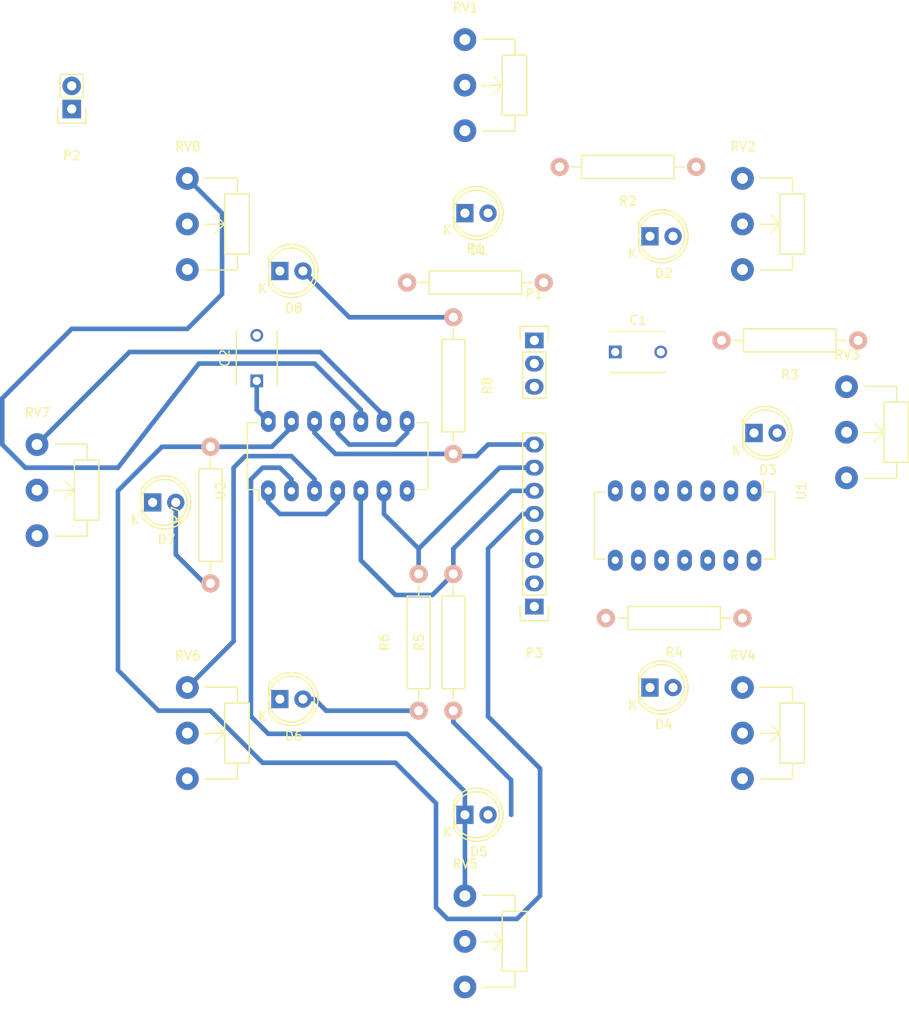
<source format=kicad_pcb>
(kicad_pcb (version 4) (host pcbnew 4.0.3-stable)

  (general
    (links 74)
    (no_connects 55)
    (area 65.585999 35.98642 166.005581 149.12718)
    (thickness 1.6)
    (drawings 0)
    (tracks 95)
    (zones 0)
    (modules 31)
    (nets 28)
  )

  (page A4)
  (layers
    (0 F.Cu signal)
    (31 B.Cu signal)
    (33 F.Adhes user)
    (35 F.Paste user)
    (37 F.SilkS user)
    (39 F.Mask user)
    (40 Dwgs.User user)
    (41 Cmts.User user)
    (42 Eco1.User user)
    (43 Eco2.User user)
    (44 Edge.Cuts user)
    (45 Margin user)
    (47 F.CrtYd user)
    (49 F.Fab user)
  )

  (setup
    (last_trace_width 0.25)
    (user_trace_width 0.508)
    (trace_clearance 0.2)
    (zone_clearance 0.508)
    (zone_45_only no)
    (trace_min 0.2)
    (segment_width 0.2)
    (edge_width 0.15)
    (via_size 0.6)
    (via_drill 0.4)
    (via_min_size 0.4)
    (via_min_drill 0.3)
    (user_via 1.651 1.016)
    (uvia_size 0.3)
    (uvia_drill 0.1)
    (uvias_allowed no)
    (uvia_min_size 0.2)
    (uvia_min_drill 0.1)
    (pcb_text_width 0.3)
    (pcb_text_size 1.5 1.5)
    (mod_edge_width 0.15)
    (mod_text_size 1 1)
    (mod_text_width 0.15)
    (pad_size 1.524 1.524)
    (pad_drill 0.762)
    (pad_to_mask_clearance 0.2)
    (aux_axis_origin 0 0)
    (visible_elements 7FFFFFFF)
    (pcbplotparams
      (layerselection 0x00030_80000001)
      (usegerberextensions false)
      (excludeedgelayer true)
      (linewidth 0.100000)
      (plotframeref false)
      (viasonmask false)
      (mode 1)
      (useauxorigin false)
      (hpglpennumber 1)
      (hpglpenspeed 20)
      (hpglpendiameter 15)
      (hpglpenoverlay 2)
      (psnegative false)
      (psa4output false)
      (plotreference true)
      (plotvalue true)
      (plotinvisibletext false)
      (padsonsilk false)
      (subtractmaskfromsilk false)
      (outputformat 1)
      (mirror false)
      (drillshape 1)
      (scaleselection 1)
      (outputdirectory ""))
  )

  (net 0 "")
  (net 1 GND)
  (net 2 "Net-(D1-Pad2)")
  (net 3 "Net-(D2-Pad2)")
  (net 4 "Net-(D3-Pad2)")
  (net 5 "Net-(D4-Pad2)")
  (net 6 "Net-(D5-Pad2)")
  (net 7 "Net-(D6-Pad2)")
  (net 8 "Net-(D7-Pad2)")
  (net 9 "Net-(D8-Pad2)")
  (net 10 +5V)
  (net 11 cvout)
  (net 12 "Net-(P3-Pad1)")
  (net 13 "Net-(P3-Pad2)")
  (net 14 "Net-(P3-Pad3)")
  (net 15 "Net-(P3-Pad4)")
  (net 16 "Net-(P3-Pad5)")
  (net 17 "Net-(P3-Pad6)")
  (net 18 "Net-(P3-Pad7)")
  (net 19 "Net-(P3-Pad8)")
  (net 20 "Net-(RV1-Pad1)")
  (net 21 "Net-(RV2-Pad1)")
  (net 22 "Net-(RV3-Pad1)")
  (net 23 "Net-(RV4-Pad1)")
  (net 24 "Net-(RV5-Pad1)")
  (net 25 "Net-(RV6-Pad1)")
  (net 26 "Net-(RV7-Pad1)")
  (net 27 "Net-(RV8-Pad1)")

  (net_class Default "Esta é a classe de net default."
    (clearance 0.2)
    (trace_width 0.25)
    (via_dia 0.6)
    (via_drill 0.4)
    (uvia_dia 0.3)
    (uvia_drill 0.1)
    (add_net +5V)
    (add_net GND)
    (add_net "Net-(D1-Pad2)")
    (add_net "Net-(D2-Pad2)")
    (add_net "Net-(D3-Pad2)")
    (add_net "Net-(D4-Pad2)")
    (add_net "Net-(D5-Pad2)")
    (add_net "Net-(D6-Pad2)")
    (add_net "Net-(D7-Pad2)")
    (add_net "Net-(D8-Pad2)")
    (add_net "Net-(P3-Pad1)")
    (add_net "Net-(P3-Pad2)")
    (add_net "Net-(P3-Pad3)")
    (add_net "Net-(P3-Pad4)")
    (add_net "Net-(P3-Pad5)")
    (add_net "Net-(P3-Pad6)")
    (add_net "Net-(P3-Pad7)")
    (add_net "Net-(P3-Pad8)")
    (add_net "Net-(RV1-Pad1)")
    (add_net "Net-(RV2-Pad1)")
    (add_net "Net-(RV3-Pad1)")
    (add_net "Net-(RV4-Pad1)")
    (add_net "Net-(RV5-Pad1)")
    (add_net "Net-(RV6-Pad1)")
    (add_net "Net-(RV7-Pad1)")
    (add_net "Net-(RV8-Pad1)")
    (add_net cvout)
  )

  (net_class pistas ""
    (clearance 0.381)
    (trace_width 0.508)
    (via_dia 1.651)
    (via_drill 1.016)
    (uvia_dia 0.3)
    (uvia_drill 0.1)
  )

  (module Housings_DIP:DIP-14_W7.62mm_LongPads (layer F.Cu) (tedit 54130A77) (tstamp 582CA42F)
    (at 95.25 90.17 90)
    (descr "14-lead dip package, row spacing 7.62 mm (300 mils), longer pads")
    (tags "dil dip 2.54 300")
    (path /582BEFDD)
    (fp_text reference U2 (at 0 -5.22 90) (layer F.SilkS)
      (effects (font (size 1 1) (thickness 0.15)))
    )
    (fp_text value cd4016 (at 0 -3.72 90) (layer F.Fab)
      (effects (font (size 1 1) (thickness 0.15)))
    )
    (fp_line (start -1.4 -2.45) (end -1.4 17.7) (layer F.CrtYd) (width 0.05))
    (fp_line (start 9 -2.45) (end 9 17.7) (layer F.CrtYd) (width 0.05))
    (fp_line (start -1.4 -2.45) (end 9 -2.45) (layer F.CrtYd) (width 0.05))
    (fp_line (start -1.4 17.7) (end 9 17.7) (layer F.CrtYd) (width 0.05))
    (fp_line (start 0.135 -2.295) (end 0.135 -1.025) (layer F.SilkS) (width 0.15))
    (fp_line (start 7.485 -2.295) (end 7.485 -1.025) (layer F.SilkS) (width 0.15))
    (fp_line (start 7.485 17.535) (end 7.485 16.265) (layer F.SilkS) (width 0.15))
    (fp_line (start 0.135 17.535) (end 0.135 16.265) (layer F.SilkS) (width 0.15))
    (fp_line (start 0.135 -2.295) (end 7.485 -2.295) (layer F.SilkS) (width 0.15))
    (fp_line (start 0.135 17.535) (end 7.485 17.535) (layer F.SilkS) (width 0.15))
    (fp_line (start 0.135 -1.025) (end -1.15 -1.025) (layer F.SilkS) (width 0.15))
    (pad 1 thru_hole oval (at 0 0 90) (size 2.3 1.6) (drill 0.8) (layers *.Cu *.Mask)
      (net 10 +5V))
    (pad 2 thru_hole oval (at 0 2.54 90) (size 2.3 1.6) (drill 0.8) (layers *.Cu *.Mask)
      (net 24 "Net-(RV5-Pad1)"))
    (pad 3 thru_hole oval (at 0 5.08 90) (size 2.3 1.6) (drill 0.8) (layers *.Cu *.Mask)
      (net 25 "Net-(RV6-Pad1)"))
    (pad 4 thru_hole oval (at 0 7.62 90) (size 2.3 1.6) (drill 0.8) (layers *.Cu *.Mask)
      (net 10 +5V))
    (pad 5 thru_hole oval (at 0 10.16 90) (size 2.3 1.6) (drill 0.8) (layers *.Cu *.Mask)
      (net 17 "Net-(P3-Pad6)"))
    (pad 6 thru_hole oval (at 0 12.7 90) (size 2.3 1.6) (drill 0.8) (layers *.Cu *.Mask)
      (net 18 "Net-(P3-Pad7)"))
    (pad 7 thru_hole oval (at 0 15.24 90) (size 2.3 1.6) (drill 0.8) (layers *.Cu *.Mask)
      (net 1 GND))
    (pad 8 thru_hole oval (at 7.62 15.24 90) (size 2.3 1.6) (drill 0.8) (layers *.Cu *.Mask)
      (net 10 +5V))
    (pad 9 thru_hole oval (at 7.62 12.7 90) (size 2.3 1.6) (drill 0.8) (layers *.Cu *.Mask)
      (net 26 "Net-(RV7-Pad1)"))
    (pad 10 thru_hole oval (at 7.62 10.16 90) (size 2.3 1.6) (drill 0.8) (layers *.Cu *.Mask)
      (net 27 "Net-(RV8-Pad1)"))
    (pad 11 thru_hole oval (at 7.62 7.62 90) (size 2.3 1.6) (drill 0.8) (layers *.Cu *.Mask)
      (net 10 +5V))
    (pad 12 thru_hole oval (at 7.62 5.08 90) (size 2.3 1.6) (drill 0.8) (layers *.Cu *.Mask)
      (net 19 "Net-(P3-Pad8)"))
    (pad 13 thru_hole oval (at 7.62 2.54 90) (size 2.3 1.6) (drill 0.8) (layers *.Cu *.Mask)
      (net 16 "Net-(P3-Pad5)"))
    (pad 14 thru_hole oval (at 7.62 0 90) (size 2.3 1.6) (drill 0.8) (layers *.Cu *.Mask)
      (net 10 +5V))
    (model Housings_DIP.3dshapes/DIP-14_W7.62mm_LongPads.wrl
      (at (xyz 0 0 0))
      (scale (xyz 1 1 1))
      (rotate (xyz 0 0 0))
    )
  )

  (module LEDs:LED-5MM (layer F.Cu) (tedit 5570F7EA) (tstamp 582CA257)
    (at 116.84 59.69)
    (descr "LED 5mm round vertical")
    (tags "LED 5mm round vertical")
    (path /5829880D)
    (fp_text reference D1 (at 1.524 4.064) (layer F.SilkS)
      (effects (font (size 1 1) (thickness 0.15)))
    )
    (fp_text value LED (at 1.524 -3.937) (layer F.Fab)
      (effects (font (size 1 1) (thickness 0.15)))
    )
    (fp_line (start -1.5 -1.55) (end -1.5 1.55) (layer F.CrtYd) (width 0.05))
    (fp_arc (start 1.3 0) (end -1.5 1.55) (angle -302) (layer F.CrtYd) (width 0.05))
    (fp_arc (start 1.27 0) (end -1.23 -1.5) (angle 297.5) (layer F.SilkS) (width 0.15))
    (fp_line (start -1.23 1.5) (end -1.23 -1.5) (layer F.SilkS) (width 0.15))
    (fp_circle (center 1.27 0) (end 0.97 -2.5) (layer F.SilkS) (width 0.15))
    (fp_text user K (at -1.905 1.905) (layer F.SilkS)
      (effects (font (size 1 1) (thickness 0.15)))
    )
    (pad 1 thru_hole rect (at 0 0 90) (size 2 1.9) (drill 1.00076) (layers *.Cu *.Mask)
      (net 1 GND))
    (pad 2 thru_hole circle (at 2.54 0) (size 1.9 1.9) (drill 1.00076) (layers *.Cu *.Mask)
      (net 2 "Net-(D1-Pad2)"))
    (model LEDs.3dshapes/LED-5MM.wrl
      (at (xyz 0.05 0 0))
      (scale (xyz 1 1 1))
      (rotate (xyz 0 0 90))
    )
  )

  (module LEDs:LED-5MM (layer F.Cu) (tedit 5570F7EA) (tstamp 582CA263)
    (at 137.16 62.23)
    (descr "LED 5mm round vertical")
    (tags "LED 5mm round vertical")
    (path /58298800)
    (fp_text reference D2 (at 1.524 4.064) (layer F.SilkS)
      (effects (font (size 1 1) (thickness 0.15)))
    )
    (fp_text value LED (at 1.524 -3.937) (layer F.Fab)
      (effects (font (size 1 1) (thickness 0.15)))
    )
    (fp_line (start -1.5 -1.55) (end -1.5 1.55) (layer F.CrtYd) (width 0.05))
    (fp_arc (start 1.3 0) (end -1.5 1.55) (angle -302) (layer F.CrtYd) (width 0.05))
    (fp_arc (start 1.27 0) (end -1.23 -1.5) (angle 297.5) (layer F.SilkS) (width 0.15))
    (fp_line (start -1.23 1.5) (end -1.23 -1.5) (layer F.SilkS) (width 0.15))
    (fp_circle (center 1.27 0) (end 0.97 -2.5) (layer F.SilkS) (width 0.15))
    (fp_text user K (at -1.905 1.905) (layer F.SilkS)
      (effects (font (size 1 1) (thickness 0.15)))
    )
    (pad 1 thru_hole rect (at 0 0 90) (size 2 1.9) (drill 1.00076) (layers *.Cu *.Mask)
      (net 1 GND))
    (pad 2 thru_hole circle (at 2.54 0) (size 1.9 1.9) (drill 1.00076) (layers *.Cu *.Mask)
      (net 3 "Net-(D2-Pad2)"))
    (model LEDs.3dshapes/LED-5MM.wrl
      (at (xyz 0.05 0 0))
      (scale (xyz 1 1 1))
      (rotate (xyz 0 0 90))
    )
  )

  (module LEDs:LED-5MM (layer F.Cu) (tedit 5570F7EA) (tstamp 582CA26F)
    (at 148.59 83.82)
    (descr "LED 5mm round vertical")
    (tags "LED 5mm round vertical")
    (path /58298B10)
    (fp_text reference D3 (at 1.524 4.064) (layer F.SilkS)
      (effects (font (size 1 1) (thickness 0.15)))
    )
    (fp_text value LED (at 1.524 -3.937) (layer F.Fab)
      (effects (font (size 1 1) (thickness 0.15)))
    )
    (fp_line (start -1.5 -1.55) (end -1.5 1.55) (layer F.CrtYd) (width 0.05))
    (fp_arc (start 1.3 0) (end -1.5 1.55) (angle -302) (layer F.CrtYd) (width 0.05))
    (fp_arc (start 1.27 0) (end -1.23 -1.5) (angle 297.5) (layer F.SilkS) (width 0.15))
    (fp_line (start -1.23 1.5) (end -1.23 -1.5) (layer F.SilkS) (width 0.15))
    (fp_circle (center 1.27 0) (end 0.97 -2.5) (layer F.SilkS) (width 0.15))
    (fp_text user K (at -1.905 1.905) (layer F.SilkS)
      (effects (font (size 1 1) (thickness 0.15)))
    )
    (pad 1 thru_hole rect (at 0 0 90) (size 2 1.9) (drill 1.00076) (layers *.Cu *.Mask)
      (net 1 GND))
    (pad 2 thru_hole circle (at 2.54 0) (size 1.9 1.9) (drill 1.00076) (layers *.Cu *.Mask)
      (net 4 "Net-(D3-Pad2)"))
    (model LEDs.3dshapes/LED-5MM.wrl
      (at (xyz 0.05 0 0))
      (scale (xyz 1 1 1))
      (rotate (xyz 0 0 90))
    )
  )

  (module LEDs:LED-5MM (layer F.Cu) (tedit 5570F7EA) (tstamp 582CA27B)
    (at 137.16 111.76)
    (descr "LED 5mm round vertical")
    (tags "LED 5mm round vertical")
    (path /58298B1D)
    (fp_text reference D4 (at 1.524 4.064) (layer F.SilkS)
      (effects (font (size 1 1) (thickness 0.15)))
    )
    (fp_text value LED (at 1.524 -3.937) (layer F.Fab)
      (effects (font (size 1 1) (thickness 0.15)))
    )
    (fp_line (start -1.5 -1.55) (end -1.5 1.55) (layer F.CrtYd) (width 0.05))
    (fp_arc (start 1.3 0) (end -1.5 1.55) (angle -302) (layer F.CrtYd) (width 0.05))
    (fp_arc (start 1.27 0) (end -1.23 -1.5) (angle 297.5) (layer F.SilkS) (width 0.15))
    (fp_line (start -1.23 1.5) (end -1.23 -1.5) (layer F.SilkS) (width 0.15))
    (fp_circle (center 1.27 0) (end 0.97 -2.5) (layer F.SilkS) (width 0.15))
    (fp_text user K (at -1.905 1.905) (layer F.SilkS)
      (effects (font (size 1 1) (thickness 0.15)))
    )
    (pad 1 thru_hole rect (at 0 0 90) (size 2 1.9) (drill 1.00076) (layers *.Cu *.Mask)
      (net 1 GND))
    (pad 2 thru_hole circle (at 2.54 0) (size 1.9 1.9) (drill 1.00076) (layers *.Cu *.Mask)
      (net 5 "Net-(D4-Pad2)"))
    (model LEDs.3dshapes/LED-5MM.wrl
      (at (xyz 0.05 0 0))
      (scale (xyz 1 1 1))
      (rotate (xyz 0 0 90))
    )
  )

  (module LEDs:LED-5MM (layer F.Cu) (tedit 5570F7EA) (tstamp 582CA287)
    (at 116.84 125.73)
    (descr "LED 5mm round vertical")
    (tags "LED 5mm round vertical")
    (path /582B635E)
    (fp_text reference D5 (at 1.524 4.064) (layer F.SilkS)
      (effects (font (size 1 1) (thickness 0.15)))
    )
    (fp_text value LED (at 1.524 -3.937) (layer F.Fab)
      (effects (font (size 1 1) (thickness 0.15)))
    )
    (fp_line (start -1.5 -1.55) (end -1.5 1.55) (layer F.CrtYd) (width 0.05))
    (fp_arc (start 1.3 0) (end -1.5 1.55) (angle -302) (layer F.CrtYd) (width 0.05))
    (fp_arc (start 1.27 0) (end -1.23 -1.5) (angle 297.5) (layer F.SilkS) (width 0.15))
    (fp_line (start -1.23 1.5) (end -1.23 -1.5) (layer F.SilkS) (width 0.15))
    (fp_circle (center 1.27 0) (end 0.97 -2.5) (layer F.SilkS) (width 0.15))
    (fp_text user K (at -1.905 1.905) (layer F.SilkS)
      (effects (font (size 1 1) (thickness 0.15)))
    )
    (pad 1 thru_hole rect (at 0 0 90) (size 2 1.9) (drill 1.00076) (layers *.Cu *.Mask)
      (net 1 GND))
    (pad 2 thru_hole circle (at 2.54 0) (size 1.9 1.9) (drill 1.00076) (layers *.Cu *.Mask)
      (net 6 "Net-(D5-Pad2)"))
    (model LEDs.3dshapes/LED-5MM.wrl
      (at (xyz 0.05 0 0))
      (scale (xyz 1 1 1))
      (rotate (xyz 0 0 90))
    )
  )

  (module LEDs:LED-5MM (layer F.Cu) (tedit 5570F7EA) (tstamp 582CA293)
    (at 96.52 113.03)
    (descr "LED 5mm round vertical")
    (tags "LED 5mm round vertical")
    (path /582B634B)
    (fp_text reference D6 (at 1.524 4.064) (layer F.SilkS)
      (effects (font (size 1 1) (thickness 0.15)))
    )
    (fp_text value LED (at 1.524 -3.937) (layer F.Fab)
      (effects (font (size 1 1) (thickness 0.15)))
    )
    (fp_line (start -1.5 -1.55) (end -1.5 1.55) (layer F.CrtYd) (width 0.05))
    (fp_arc (start 1.3 0) (end -1.5 1.55) (angle -302) (layer F.CrtYd) (width 0.05))
    (fp_arc (start 1.27 0) (end -1.23 -1.5) (angle 297.5) (layer F.SilkS) (width 0.15))
    (fp_line (start -1.23 1.5) (end -1.23 -1.5) (layer F.SilkS) (width 0.15))
    (fp_circle (center 1.27 0) (end 0.97 -2.5) (layer F.SilkS) (width 0.15))
    (fp_text user K (at -1.905 1.905) (layer F.SilkS)
      (effects (font (size 1 1) (thickness 0.15)))
    )
    (pad 1 thru_hole rect (at 0 0 90) (size 2 1.9) (drill 1.00076) (layers *.Cu *.Mask)
      (net 1 GND))
    (pad 2 thru_hole circle (at 2.54 0) (size 1.9 1.9) (drill 1.00076) (layers *.Cu *.Mask)
      (net 7 "Net-(D6-Pad2)"))
    (model LEDs.3dshapes/LED-5MM.wrl
      (at (xyz 0.05 0 0))
      (scale (xyz 1 1 1))
      (rotate (xyz 0 0 90))
    )
  )

  (module LEDs:LED-5MM (layer F.Cu) (tedit 5570F7EA) (tstamp 582CA29F)
    (at 82.55 91.44)
    (descr "LED 5mm round vertical")
    (tags "LED 5mm round vertical")
    (path /582B9549)
    (fp_text reference D7 (at 1.524 4.064) (layer F.SilkS)
      (effects (font (size 1 1) (thickness 0.15)))
    )
    (fp_text value LED (at 1.524 -3.937) (layer F.Fab)
      (effects (font (size 1 1) (thickness 0.15)))
    )
    (fp_line (start -1.5 -1.55) (end -1.5 1.55) (layer F.CrtYd) (width 0.05))
    (fp_arc (start 1.3 0) (end -1.5 1.55) (angle -302) (layer F.CrtYd) (width 0.05))
    (fp_arc (start 1.27 0) (end -1.23 -1.5) (angle 297.5) (layer F.SilkS) (width 0.15))
    (fp_line (start -1.23 1.5) (end -1.23 -1.5) (layer F.SilkS) (width 0.15))
    (fp_circle (center 1.27 0) (end 0.97 -2.5) (layer F.SilkS) (width 0.15))
    (fp_text user K (at -1.905 1.905) (layer F.SilkS)
      (effects (font (size 1 1) (thickness 0.15)))
    )
    (pad 1 thru_hole rect (at 0 0 90) (size 2 1.9) (drill 1.00076) (layers *.Cu *.Mask)
      (net 1 GND))
    (pad 2 thru_hole circle (at 2.54 0) (size 1.9 1.9) (drill 1.00076) (layers *.Cu *.Mask)
      (net 8 "Net-(D7-Pad2)"))
    (model LEDs.3dshapes/LED-5MM.wrl
      (at (xyz 0.05 0 0))
      (scale (xyz 1 1 1))
      (rotate (xyz 0 0 90))
    )
  )

  (module LEDs:LED-5MM (layer F.Cu) (tedit 5570F7EA) (tstamp 582CA2AB)
    (at 96.52 66.04)
    (descr "LED 5mm round vertical")
    (tags "LED 5mm round vertical")
    (path /582B9555)
    (fp_text reference D8 (at 1.524 4.064) (layer F.SilkS)
      (effects (font (size 1 1) (thickness 0.15)))
    )
    (fp_text value LED (at 1.524 -3.937) (layer F.Fab)
      (effects (font (size 1 1) (thickness 0.15)))
    )
    (fp_line (start -1.5 -1.55) (end -1.5 1.55) (layer F.CrtYd) (width 0.05))
    (fp_arc (start 1.3 0) (end -1.5 1.55) (angle -302) (layer F.CrtYd) (width 0.05))
    (fp_arc (start 1.27 0) (end -1.23 -1.5) (angle 297.5) (layer F.SilkS) (width 0.15))
    (fp_line (start -1.23 1.5) (end -1.23 -1.5) (layer F.SilkS) (width 0.15))
    (fp_circle (center 1.27 0) (end 0.97 -2.5) (layer F.SilkS) (width 0.15))
    (fp_text user K (at -1.905 1.905) (layer F.SilkS)
      (effects (font (size 1 1) (thickness 0.15)))
    )
    (pad 1 thru_hole rect (at 0 0 90) (size 2 1.9) (drill 1.00076) (layers *.Cu *.Mask)
      (net 1 GND))
    (pad 2 thru_hole circle (at 2.54 0) (size 1.9 1.9) (drill 1.00076) (layers *.Cu *.Mask)
      (net 9 "Net-(D8-Pad2)"))
    (model LEDs.3dshapes/LED-5MM.wrl
      (at (xyz 0.05 0 0))
      (scale (xyz 1 1 1))
      (rotate (xyz 0 0 90))
    )
  )

  (module Pin_Headers:Pin_Header_Straight_1x03 (layer F.Cu) (tedit 0) (tstamp 582CA2BD)
    (at 124.46 73.66)
    (descr "Through hole pin header")
    (tags "pin header")
    (path /582A36CF)
    (fp_text reference P1 (at 0 -5.1) (layer F.SilkS)
      (effects (font (size 1 1) (thickness 0.15)))
    )
    (fp_text value CONN_01X03 (at 0 -3.1) (layer F.Fab)
      (effects (font (size 1 1) (thickness 0.15)))
    )
    (fp_line (start -1.75 -1.75) (end -1.75 6.85) (layer F.CrtYd) (width 0.05))
    (fp_line (start 1.75 -1.75) (end 1.75 6.85) (layer F.CrtYd) (width 0.05))
    (fp_line (start -1.75 -1.75) (end 1.75 -1.75) (layer F.CrtYd) (width 0.05))
    (fp_line (start -1.75 6.85) (end 1.75 6.85) (layer F.CrtYd) (width 0.05))
    (fp_line (start -1.27 1.27) (end -1.27 6.35) (layer F.SilkS) (width 0.15))
    (fp_line (start -1.27 6.35) (end 1.27 6.35) (layer F.SilkS) (width 0.15))
    (fp_line (start 1.27 6.35) (end 1.27 1.27) (layer F.SilkS) (width 0.15))
    (fp_line (start 1.55 -1.55) (end 1.55 0) (layer F.SilkS) (width 0.15))
    (fp_line (start 1.27 1.27) (end -1.27 1.27) (layer F.SilkS) (width 0.15))
    (fp_line (start -1.55 0) (end -1.55 -1.55) (layer F.SilkS) (width 0.15))
    (fp_line (start -1.55 -1.55) (end 1.55 -1.55) (layer F.SilkS) (width 0.15))
    (pad 1 thru_hole rect (at 0 0) (size 2.032 1.7272) (drill 1.016) (layers *.Cu *.Mask)
      (net 1 GND))
    (pad 2 thru_hole oval (at 0 2.54) (size 2.032 1.7272) (drill 1.016) (layers *.Cu *.Mask)
      (net 1 GND))
    (pad 3 thru_hole oval (at 0 5.08) (size 2.032 1.7272) (drill 1.016) (layers *.Cu *.Mask)
      (net 10 +5V))
    (model Pin_Headers.3dshapes/Pin_Header_Straight_1x03.wrl
      (at (xyz 0 -0.1 0))
      (scale (xyz 1 1 1))
      (rotate (xyz 0 0 90))
    )
  )

  (module Pin_Headers:Pin_Header_Straight_1x02 (layer F.Cu) (tedit 54EA090C) (tstamp 582CA2CE)
    (at 73.66 48.26 180)
    (descr "Through hole pin header")
    (tags "pin header")
    (path /582A60B9)
    (fp_text reference P2 (at 0 -5.1 180) (layer F.SilkS)
      (effects (font (size 1 1) (thickness 0.15)))
    )
    (fp_text value CONN_01X02 (at 0 -3.1 180) (layer F.Fab)
      (effects (font (size 1 1) (thickness 0.15)))
    )
    (fp_line (start 1.27 1.27) (end 1.27 3.81) (layer F.SilkS) (width 0.15))
    (fp_line (start 1.55 -1.55) (end 1.55 0) (layer F.SilkS) (width 0.15))
    (fp_line (start -1.75 -1.75) (end -1.75 4.3) (layer F.CrtYd) (width 0.05))
    (fp_line (start 1.75 -1.75) (end 1.75 4.3) (layer F.CrtYd) (width 0.05))
    (fp_line (start -1.75 -1.75) (end 1.75 -1.75) (layer F.CrtYd) (width 0.05))
    (fp_line (start -1.75 4.3) (end 1.75 4.3) (layer F.CrtYd) (width 0.05))
    (fp_line (start 1.27 1.27) (end -1.27 1.27) (layer F.SilkS) (width 0.15))
    (fp_line (start -1.55 0) (end -1.55 -1.55) (layer F.SilkS) (width 0.15))
    (fp_line (start -1.55 -1.55) (end 1.55 -1.55) (layer F.SilkS) (width 0.15))
    (fp_line (start -1.27 1.27) (end -1.27 3.81) (layer F.SilkS) (width 0.15))
    (fp_line (start -1.27 3.81) (end 1.27 3.81) (layer F.SilkS) (width 0.15))
    (pad 1 thru_hole rect (at 0 0 180) (size 2.032 2.032) (drill 1.016) (layers *.Cu *.Mask)
      (net 1 GND))
    (pad 2 thru_hole oval (at 0 2.54 180) (size 2.032 2.032) (drill 1.016) (layers *.Cu *.Mask)
      (net 11 cvout))
    (model Pin_Headers.3dshapes/Pin_Header_Straight_1x02.wrl
      (at (xyz 0 -0.05 0))
      (scale (xyz 1 1 1))
      (rotate (xyz 0 0 90))
    )
  )

  (module Pin_Headers:Pin_Header_Straight_1x08 (layer F.Cu) (tedit 0) (tstamp 582CA2E5)
    (at 124.46 102.87 180)
    (descr "Through hole pin header")
    (tags "pin header")
    (path /5828DDC6)
    (fp_text reference P3 (at 0 -5.1 180) (layer F.SilkS)
      (effects (font (size 1 1) (thickness 0.15)))
    )
    (fp_text value CONN_01X08 (at 0 -3.1 180) (layer F.Fab)
      (effects (font (size 1 1) (thickness 0.15)))
    )
    (fp_line (start -1.75 -1.75) (end -1.75 19.55) (layer F.CrtYd) (width 0.05))
    (fp_line (start 1.75 -1.75) (end 1.75 19.55) (layer F.CrtYd) (width 0.05))
    (fp_line (start -1.75 -1.75) (end 1.75 -1.75) (layer F.CrtYd) (width 0.05))
    (fp_line (start -1.75 19.55) (end 1.75 19.55) (layer F.CrtYd) (width 0.05))
    (fp_line (start 1.27 1.27) (end 1.27 19.05) (layer F.SilkS) (width 0.15))
    (fp_line (start 1.27 19.05) (end -1.27 19.05) (layer F.SilkS) (width 0.15))
    (fp_line (start -1.27 19.05) (end -1.27 1.27) (layer F.SilkS) (width 0.15))
    (fp_line (start 1.55 -1.55) (end 1.55 0) (layer F.SilkS) (width 0.15))
    (fp_line (start 1.27 1.27) (end -1.27 1.27) (layer F.SilkS) (width 0.15))
    (fp_line (start -1.55 0) (end -1.55 -1.55) (layer F.SilkS) (width 0.15))
    (fp_line (start -1.55 -1.55) (end 1.55 -1.55) (layer F.SilkS) (width 0.15))
    (pad 1 thru_hole rect (at 0 0 180) (size 2.032 1.7272) (drill 1.016) (layers *.Cu *.Mask)
      (net 12 "Net-(P3-Pad1)"))
    (pad 2 thru_hole oval (at 0 2.54 180) (size 2.032 1.7272) (drill 1.016) (layers *.Cu *.Mask)
      (net 13 "Net-(P3-Pad2)"))
    (pad 3 thru_hole oval (at 0 5.08 180) (size 2.032 1.7272) (drill 1.016) (layers *.Cu *.Mask)
      (net 14 "Net-(P3-Pad3)"))
    (pad 4 thru_hole oval (at 0 7.62 180) (size 2.032 1.7272) (drill 1.016) (layers *.Cu *.Mask)
      (net 15 "Net-(P3-Pad4)"))
    (pad 5 thru_hole oval (at 0 10.16 180) (size 2.032 1.7272) (drill 1.016) (layers *.Cu *.Mask)
      (net 16 "Net-(P3-Pad5)"))
    (pad 6 thru_hole oval (at 0 12.7 180) (size 2.032 1.7272) (drill 1.016) (layers *.Cu *.Mask)
      (net 17 "Net-(P3-Pad6)"))
    (pad 7 thru_hole oval (at 0 15.24 180) (size 2.032 1.7272) (drill 1.016) (layers *.Cu *.Mask)
      (net 18 "Net-(P3-Pad7)"))
    (pad 8 thru_hole oval (at 0 17.78 180) (size 2.032 1.7272) (drill 1.016) (layers *.Cu *.Mask)
      (net 19 "Net-(P3-Pad8)"))
    (model Pin_Headers.3dshapes/Pin_Header_Straight_1x08.wrl
      (at (xyz 0 -0.35 0))
      (scale (xyz 1 1 1))
      (rotate (xyz 0 0 90))
    )
  )

  (module Resistors_ThroughHole:Resistor_Horizontal_RM15mm (layer F.Cu) (tedit 569FCEE8) (tstamp 582CA2F5)
    (at 110.49 67.31)
    (descr "Resistor, Axial, RM 15mm,")
    (tags "Resistor Axial RM 15mm")
    (path /58298813)
    (fp_text reference R1 (at 7.5 -3.74904) (layer F.SilkS)
      (effects (font (size 1 1) (thickness 0.15)))
    )
    (fp_text value 1,5k (at 7.5 4.0005) (layer F.Fab)
      (effects (font (size 1 1) (thickness 0.15)))
    )
    (fp_line (start -1.25 1.5) (end -1.25 -1.5) (layer F.CrtYd) (width 0.05))
    (fp_line (start -1.25 -1.5) (end 16.25 -1.5) (layer F.CrtYd) (width 0.05))
    (fp_line (start 16.25 -1.5) (end 16.25 1.5) (layer F.CrtYd) (width 0.05))
    (fp_line (start 16.25 1.5) (end -1.25 1.5) (layer F.CrtYd) (width 0.05))
    (fp_line (start 2.42 -1.27) (end 2.42 1.27) (layer F.SilkS) (width 0.15))
    (fp_line (start 2.42 1.27) (end 12.58 1.27) (layer F.SilkS) (width 0.15))
    (fp_line (start 12.58 1.27) (end 12.58 -1.27) (layer F.SilkS) (width 0.15))
    (fp_line (start 12.58 -1.27) (end 2.42 -1.27) (layer F.SilkS) (width 0.15))
    (fp_line (start 13.73 0) (end 12.58 0) (layer F.SilkS) (width 0.15))
    (fp_line (start 1.27 0) (end 2.42 0) (layer F.SilkS) (width 0.15))
    (pad 1 thru_hole circle (at 0 0) (size 1.99898 1.99898) (drill 1.00076) (layers *.Cu *.SilkS *.Mask)
      (net 2 "Net-(D1-Pad2)"))
    (pad 2 thru_hole circle (at 15 0) (size 1.99898 1.99898) (drill 1.00076) (layers *.Cu *.SilkS *.Mask)
      (net 13 "Net-(P3-Pad2)"))
    (model Resistors_ThroughHole.3dshapes/Resistor_Horizontal_RM15mm.wrl
      (at (xyz 0.295 0 0))
      (scale (xyz 0.395 0.4 0.4))
      (rotate (xyz 0 0 0))
    )
  )

  (module Resistors_ThroughHole:Resistor_Horizontal_RM15mm (layer F.Cu) (tedit 569FCEE8) (tstamp 582CA305)
    (at 142.24 54.61 180)
    (descr "Resistor, Axial, RM 15mm,")
    (tags "Resistor Axial RM 15mm")
    (path /58298806)
    (fp_text reference R2 (at 7.5 -3.74904 180) (layer F.SilkS)
      (effects (font (size 1 1) (thickness 0.15)))
    )
    (fp_text value 1,5k (at 7.5 4.0005 180) (layer F.Fab)
      (effects (font (size 1 1) (thickness 0.15)))
    )
    (fp_line (start -1.25 1.5) (end -1.25 -1.5) (layer F.CrtYd) (width 0.05))
    (fp_line (start -1.25 -1.5) (end 16.25 -1.5) (layer F.CrtYd) (width 0.05))
    (fp_line (start 16.25 -1.5) (end 16.25 1.5) (layer F.CrtYd) (width 0.05))
    (fp_line (start 16.25 1.5) (end -1.25 1.5) (layer F.CrtYd) (width 0.05))
    (fp_line (start 2.42 -1.27) (end 2.42 1.27) (layer F.SilkS) (width 0.15))
    (fp_line (start 2.42 1.27) (end 12.58 1.27) (layer F.SilkS) (width 0.15))
    (fp_line (start 12.58 1.27) (end 12.58 -1.27) (layer F.SilkS) (width 0.15))
    (fp_line (start 12.58 -1.27) (end 2.42 -1.27) (layer F.SilkS) (width 0.15))
    (fp_line (start 13.73 0) (end 12.58 0) (layer F.SilkS) (width 0.15))
    (fp_line (start 1.27 0) (end 2.42 0) (layer F.SilkS) (width 0.15))
    (pad 1 thru_hole circle (at 0 0 180) (size 1.99898 1.99898) (drill 1.00076) (layers *.Cu *.SilkS *.Mask)
      (net 3 "Net-(D2-Pad2)"))
    (pad 2 thru_hole circle (at 15 0 180) (size 1.99898 1.99898) (drill 1.00076) (layers *.Cu *.SilkS *.Mask)
      (net 14 "Net-(P3-Pad3)"))
    (model Resistors_ThroughHole.3dshapes/Resistor_Horizontal_RM15mm.wrl
      (at (xyz 0.295 0 0))
      (scale (xyz 0.395 0.4 0.4))
      (rotate (xyz 0 0 0))
    )
  )

  (module Resistors_ThroughHole:Resistor_Horizontal_RM15mm (layer F.Cu) (tedit 569FCEE8) (tstamp 582CA315)
    (at 160.02 73.66 180)
    (descr "Resistor, Axial, RM 15mm,")
    (tags "Resistor Axial RM 15mm")
    (path /58298B16)
    (fp_text reference R3 (at 7.5 -3.74904 180) (layer F.SilkS)
      (effects (font (size 1 1) (thickness 0.15)))
    )
    (fp_text value 1,5k (at 7.5 4.0005 180) (layer F.Fab)
      (effects (font (size 1 1) (thickness 0.15)))
    )
    (fp_line (start -1.25 1.5) (end -1.25 -1.5) (layer F.CrtYd) (width 0.05))
    (fp_line (start -1.25 -1.5) (end 16.25 -1.5) (layer F.CrtYd) (width 0.05))
    (fp_line (start 16.25 -1.5) (end 16.25 1.5) (layer F.CrtYd) (width 0.05))
    (fp_line (start 16.25 1.5) (end -1.25 1.5) (layer F.CrtYd) (width 0.05))
    (fp_line (start 2.42 -1.27) (end 2.42 1.27) (layer F.SilkS) (width 0.15))
    (fp_line (start 2.42 1.27) (end 12.58 1.27) (layer F.SilkS) (width 0.15))
    (fp_line (start 12.58 1.27) (end 12.58 -1.27) (layer F.SilkS) (width 0.15))
    (fp_line (start 12.58 -1.27) (end 2.42 -1.27) (layer F.SilkS) (width 0.15))
    (fp_line (start 13.73 0) (end 12.58 0) (layer F.SilkS) (width 0.15))
    (fp_line (start 1.27 0) (end 2.42 0) (layer F.SilkS) (width 0.15))
    (pad 1 thru_hole circle (at 0 0 180) (size 1.99898 1.99898) (drill 1.00076) (layers *.Cu *.SilkS *.Mask)
      (net 4 "Net-(D3-Pad2)"))
    (pad 2 thru_hole circle (at 15 0 180) (size 1.99898 1.99898) (drill 1.00076) (layers *.Cu *.SilkS *.Mask)
      (net 12 "Net-(P3-Pad1)"))
    (model Resistors_ThroughHole.3dshapes/Resistor_Horizontal_RM15mm.wrl
      (at (xyz 0.295 0 0))
      (scale (xyz 0.395 0.4 0.4))
      (rotate (xyz 0 0 0))
    )
  )

  (module Resistors_ThroughHole:Resistor_Horizontal_RM15mm (layer F.Cu) (tedit 569FCEE8) (tstamp 582CA325)
    (at 147.32 104.14 180)
    (descr "Resistor, Axial, RM 15mm,")
    (tags "Resistor Axial RM 15mm")
    (path /58298B23)
    (fp_text reference R4 (at 7.5 -3.74904 180) (layer F.SilkS)
      (effects (font (size 1 1) (thickness 0.15)))
    )
    (fp_text value 1,5k (at 7.5 4.0005 180) (layer F.Fab)
      (effects (font (size 1 1) (thickness 0.15)))
    )
    (fp_line (start -1.25 1.5) (end -1.25 -1.5) (layer F.CrtYd) (width 0.05))
    (fp_line (start -1.25 -1.5) (end 16.25 -1.5) (layer F.CrtYd) (width 0.05))
    (fp_line (start 16.25 -1.5) (end 16.25 1.5) (layer F.CrtYd) (width 0.05))
    (fp_line (start 16.25 1.5) (end -1.25 1.5) (layer F.CrtYd) (width 0.05))
    (fp_line (start 2.42 -1.27) (end 2.42 1.27) (layer F.SilkS) (width 0.15))
    (fp_line (start 2.42 1.27) (end 12.58 1.27) (layer F.SilkS) (width 0.15))
    (fp_line (start 12.58 1.27) (end 12.58 -1.27) (layer F.SilkS) (width 0.15))
    (fp_line (start 12.58 -1.27) (end 2.42 -1.27) (layer F.SilkS) (width 0.15))
    (fp_line (start 13.73 0) (end 12.58 0) (layer F.SilkS) (width 0.15))
    (fp_line (start 1.27 0) (end 2.42 0) (layer F.SilkS) (width 0.15))
    (pad 1 thru_hole circle (at 0 0 180) (size 1.99898 1.99898) (drill 1.00076) (layers *.Cu *.SilkS *.Mask)
      (net 5 "Net-(D4-Pad2)"))
    (pad 2 thru_hole circle (at 15 0 180) (size 1.99898 1.99898) (drill 1.00076) (layers *.Cu *.SilkS *.Mask)
      (net 15 "Net-(P3-Pad4)"))
    (model Resistors_ThroughHole.3dshapes/Resistor_Horizontal_RM15mm.wrl
      (at (xyz 0.295 0 0))
      (scale (xyz 0.395 0.4 0.4))
      (rotate (xyz 0 0 0))
    )
  )

  (module Resistors_ThroughHole:Resistor_Horizontal_RM15mm (layer F.Cu) (tedit 569FCEE8) (tstamp 582CA335)
    (at 115.57 114.3 90)
    (descr "Resistor, Axial, RM 15mm,")
    (tags "Resistor Axial RM 15mm")
    (path /582B6357)
    (fp_text reference R5 (at 7.5 -3.74904 90) (layer F.SilkS)
      (effects (font (size 1 1) (thickness 0.15)))
    )
    (fp_text value 1,5k (at 7.5 4.0005 90) (layer F.Fab)
      (effects (font (size 1 1) (thickness 0.15)))
    )
    (fp_line (start -1.25 1.5) (end -1.25 -1.5) (layer F.CrtYd) (width 0.05))
    (fp_line (start -1.25 -1.5) (end 16.25 -1.5) (layer F.CrtYd) (width 0.05))
    (fp_line (start 16.25 -1.5) (end 16.25 1.5) (layer F.CrtYd) (width 0.05))
    (fp_line (start 16.25 1.5) (end -1.25 1.5) (layer F.CrtYd) (width 0.05))
    (fp_line (start 2.42 -1.27) (end 2.42 1.27) (layer F.SilkS) (width 0.15))
    (fp_line (start 2.42 1.27) (end 12.58 1.27) (layer F.SilkS) (width 0.15))
    (fp_line (start 12.58 1.27) (end 12.58 -1.27) (layer F.SilkS) (width 0.15))
    (fp_line (start 12.58 -1.27) (end 2.42 -1.27) (layer F.SilkS) (width 0.15))
    (fp_line (start 13.73 0) (end 12.58 0) (layer F.SilkS) (width 0.15))
    (fp_line (start 1.27 0) (end 2.42 0) (layer F.SilkS) (width 0.15))
    (pad 1 thru_hole circle (at 0 0 90) (size 1.99898 1.99898) (drill 1.00076) (layers *.Cu *.SilkS *.Mask)
      (net 6 "Net-(D5-Pad2)"))
    (pad 2 thru_hole circle (at 15 0 90) (size 1.99898 1.99898) (drill 1.00076) (layers *.Cu *.SilkS *.Mask)
      (net 17 "Net-(P3-Pad6)"))
    (model Resistors_ThroughHole.3dshapes/Resistor_Horizontal_RM15mm.wrl
      (at (xyz 0.295 0 0))
      (scale (xyz 0.395 0.4 0.4))
      (rotate (xyz 0 0 0))
    )
  )

  (module Resistors_ThroughHole:Resistor_Horizontal_RM15mm (layer F.Cu) (tedit 569FCEE8) (tstamp 582CA345)
    (at 111.76 114.3 90)
    (descr "Resistor, Axial, RM 15mm,")
    (tags "Resistor Axial RM 15mm")
    (path /582B6351)
    (fp_text reference R6 (at 7.5 -3.74904 90) (layer F.SilkS)
      (effects (font (size 1 1) (thickness 0.15)))
    )
    (fp_text value 1,5k (at 7.5 4.0005 90) (layer F.Fab)
      (effects (font (size 1 1) (thickness 0.15)))
    )
    (fp_line (start -1.25 1.5) (end -1.25 -1.5) (layer F.CrtYd) (width 0.05))
    (fp_line (start -1.25 -1.5) (end 16.25 -1.5) (layer F.CrtYd) (width 0.05))
    (fp_line (start 16.25 -1.5) (end 16.25 1.5) (layer F.CrtYd) (width 0.05))
    (fp_line (start 16.25 1.5) (end -1.25 1.5) (layer F.CrtYd) (width 0.05))
    (fp_line (start 2.42 -1.27) (end 2.42 1.27) (layer F.SilkS) (width 0.15))
    (fp_line (start 2.42 1.27) (end 12.58 1.27) (layer F.SilkS) (width 0.15))
    (fp_line (start 12.58 1.27) (end 12.58 -1.27) (layer F.SilkS) (width 0.15))
    (fp_line (start 12.58 -1.27) (end 2.42 -1.27) (layer F.SilkS) (width 0.15))
    (fp_line (start 13.73 0) (end 12.58 0) (layer F.SilkS) (width 0.15))
    (fp_line (start 1.27 0) (end 2.42 0) (layer F.SilkS) (width 0.15))
    (pad 1 thru_hole circle (at 0 0 90) (size 1.99898 1.99898) (drill 1.00076) (layers *.Cu *.SilkS *.Mask)
      (net 7 "Net-(D6-Pad2)"))
    (pad 2 thru_hole circle (at 15 0 90) (size 1.99898 1.99898) (drill 1.00076) (layers *.Cu *.SilkS *.Mask)
      (net 18 "Net-(P3-Pad7)"))
    (model Resistors_ThroughHole.3dshapes/Resistor_Horizontal_RM15mm.wrl
      (at (xyz 0.295 0 0))
      (scale (xyz 0.395 0.4 0.4))
      (rotate (xyz 0 0 0))
    )
  )

  (module Resistors_ThroughHole:Resistor_Horizontal_RM15mm (layer F.Cu) (tedit 569FCEE8) (tstamp 582CA355)
    (at 88.9 100.33 90)
    (descr "Resistor, Axial, RM 15mm,")
    (tags "Resistor Axial RM 15mm")
    (path /582B954F)
    (fp_text reference R7 (at 7.5 -3.74904 90) (layer F.SilkS)
      (effects (font (size 1 1) (thickness 0.15)))
    )
    (fp_text value 1,5k (at 7.5 4.0005 90) (layer F.Fab)
      (effects (font (size 1 1) (thickness 0.15)))
    )
    (fp_line (start -1.25 1.5) (end -1.25 -1.5) (layer F.CrtYd) (width 0.05))
    (fp_line (start -1.25 -1.5) (end 16.25 -1.5) (layer F.CrtYd) (width 0.05))
    (fp_line (start 16.25 -1.5) (end 16.25 1.5) (layer F.CrtYd) (width 0.05))
    (fp_line (start 16.25 1.5) (end -1.25 1.5) (layer F.CrtYd) (width 0.05))
    (fp_line (start 2.42 -1.27) (end 2.42 1.27) (layer F.SilkS) (width 0.15))
    (fp_line (start 2.42 1.27) (end 12.58 1.27) (layer F.SilkS) (width 0.15))
    (fp_line (start 12.58 1.27) (end 12.58 -1.27) (layer F.SilkS) (width 0.15))
    (fp_line (start 12.58 -1.27) (end 2.42 -1.27) (layer F.SilkS) (width 0.15))
    (fp_line (start 13.73 0) (end 12.58 0) (layer F.SilkS) (width 0.15))
    (fp_line (start 1.27 0) (end 2.42 0) (layer F.SilkS) (width 0.15))
    (pad 1 thru_hole circle (at 0 0 90) (size 1.99898 1.99898) (drill 1.00076) (layers *.Cu *.SilkS *.Mask)
      (net 8 "Net-(D7-Pad2)"))
    (pad 2 thru_hole circle (at 15 0 90) (size 1.99898 1.99898) (drill 1.00076) (layers *.Cu *.SilkS *.Mask)
      (net 16 "Net-(P3-Pad5)"))
    (model Resistors_ThroughHole.3dshapes/Resistor_Horizontal_RM15mm.wrl
      (at (xyz 0.295 0 0))
      (scale (xyz 0.395 0.4 0.4))
      (rotate (xyz 0 0 0))
    )
  )

  (module Resistors_ThroughHole:Resistor_Horizontal_RM15mm (layer F.Cu) (tedit 569FCEE8) (tstamp 582CA365)
    (at 115.57 71.12 270)
    (descr "Resistor, Axial, RM 15mm,")
    (tags "Resistor Axial RM 15mm")
    (path /582B955B)
    (fp_text reference R8 (at 7.5 -3.74904 270) (layer F.SilkS)
      (effects (font (size 1 1) (thickness 0.15)))
    )
    (fp_text value 1,5k (at 7.5 4.0005 270) (layer F.Fab)
      (effects (font (size 1 1) (thickness 0.15)))
    )
    (fp_line (start -1.25 1.5) (end -1.25 -1.5) (layer F.CrtYd) (width 0.05))
    (fp_line (start -1.25 -1.5) (end 16.25 -1.5) (layer F.CrtYd) (width 0.05))
    (fp_line (start 16.25 -1.5) (end 16.25 1.5) (layer F.CrtYd) (width 0.05))
    (fp_line (start 16.25 1.5) (end -1.25 1.5) (layer F.CrtYd) (width 0.05))
    (fp_line (start 2.42 -1.27) (end 2.42 1.27) (layer F.SilkS) (width 0.15))
    (fp_line (start 2.42 1.27) (end 12.58 1.27) (layer F.SilkS) (width 0.15))
    (fp_line (start 12.58 1.27) (end 12.58 -1.27) (layer F.SilkS) (width 0.15))
    (fp_line (start 12.58 -1.27) (end 2.42 -1.27) (layer F.SilkS) (width 0.15))
    (fp_line (start 13.73 0) (end 12.58 0) (layer F.SilkS) (width 0.15))
    (fp_line (start 1.27 0) (end 2.42 0) (layer F.SilkS) (width 0.15))
    (pad 1 thru_hole circle (at 0 0 270) (size 1.99898 1.99898) (drill 1.00076) (layers *.Cu *.SilkS *.Mask)
      (net 9 "Net-(D8-Pad2)"))
    (pad 2 thru_hole circle (at 15 0 270) (size 1.99898 1.99898) (drill 1.00076) (layers *.Cu *.SilkS *.Mask)
      (net 19 "Net-(P3-Pad8)"))
    (model Resistors_ThroughHole.3dshapes/Resistor_Horizontal_RM15mm.wrl
      (at (xyz 0.295 0 0))
      (scale (xyz 0.395 0.4 0.4))
      (rotate (xyz 0 0 0))
    )
  )

  (module Potentiometers:Potentiometer_WirePads_largePads (layer F.Cu) (tedit 5446FD75) (tstamp 582CA377)
    (at 116.84 40.64)
    (descr "Potentiometer, Wire Pads only, RevA, 30 July 2010,")
    (tags "Potentiometer, Wire Pads only, RevA, 30 July 2010,")
    (path /58286711)
    (fp_text reference RV1 (at 0.0508 -3.49758) (layer F.SilkS)
      (effects (font (size 1 1) (thickness 0.15)))
    )
    (fp_text value 100k (at -1.34874 13.25118) (layer F.Fab)
      (effects (font (size 1 1) (thickness 0.15)))
    )
    (fp_line (start 5.4991 10.05078) (end 1.95072 10.05078) (layer F.SilkS) (width 0.15))
    (fp_line (start 5.4991 8.30072) (end 5.4991 10.05078) (layer F.SilkS) (width 0.15))
    (fp_line (start 5.4991 1.7018) (end 5.4991 -0.04826) (layer F.SilkS) (width 0.15))
    (fp_line (start 5.4991 -0.04826) (end 1.89992 -0.04826) (layer F.SilkS) (width 0.15))
    (fp_line (start 4.09956 5.00126) (end 1.84912 5.05206) (layer F.SilkS) (width 0.15))
    (fp_line (start 4.09956 5.00126) (end 3.0988 5.95122) (layer F.SilkS) (width 0.15))
    (fp_line (start 4.09956 5.05206) (end 3.1496 4.0513) (layer F.SilkS) (width 0.15))
    (fp_line (start 4.09956 1.7018) (end 6.79958 1.7018) (layer F.SilkS) (width 0.15))
    (fp_line (start 6.79958 1.7018) (end 6.79958 8.30072) (layer F.SilkS) (width 0.15))
    (fp_line (start 6.79958 8.30072) (end 4.09956 8.30072) (layer F.SilkS) (width 0.15))
    (fp_line (start 4.09956 8.30072) (end 4.09956 1.7018) (layer F.SilkS) (width 0.15))
    (pad 2 thru_hole circle (at 0 5.00126) (size 2.49936 2.49936) (drill 1.19888) (layers *.Cu *.Mask)
      (net 11 cvout))
    (pad 3 thru_hole circle (at 0 10.00252) (size 2.49936 2.49936) (drill 1.19888) (layers *.Cu *.Mask)
      (net 1 GND))
    (pad 1 thru_hole circle (at 0 0) (size 2.49936 2.49936) (drill 1.19888) (layers *.Cu *.Mask)
      (net 20 "Net-(RV1-Pad1)"))
  )

  (module Potentiometers:Potentiometer_WirePads_largePads (layer F.Cu) (tedit 5446FD75) (tstamp 582CA389)
    (at 147.32 55.88)
    (descr "Potentiometer, Wire Pads only, RevA, 30 July 2010,")
    (tags "Potentiometer, Wire Pads only, RevA, 30 July 2010,")
    (path /5829C622)
    (fp_text reference RV2 (at 0.0508 -3.49758) (layer F.SilkS)
      (effects (font (size 1 1) (thickness 0.15)))
    )
    (fp_text value 100k (at -1.34874 13.25118) (layer F.Fab)
      (effects (font (size 1 1) (thickness 0.15)))
    )
    (fp_line (start 5.4991 10.05078) (end 1.95072 10.05078) (layer F.SilkS) (width 0.15))
    (fp_line (start 5.4991 8.30072) (end 5.4991 10.05078) (layer F.SilkS) (width 0.15))
    (fp_line (start 5.4991 1.7018) (end 5.4991 -0.04826) (layer F.SilkS) (width 0.15))
    (fp_line (start 5.4991 -0.04826) (end 1.89992 -0.04826) (layer F.SilkS) (width 0.15))
    (fp_line (start 4.09956 5.00126) (end 1.84912 5.05206) (layer F.SilkS) (width 0.15))
    (fp_line (start 4.09956 5.00126) (end 3.0988 5.95122) (layer F.SilkS) (width 0.15))
    (fp_line (start 4.09956 5.05206) (end 3.1496 4.0513) (layer F.SilkS) (width 0.15))
    (fp_line (start 4.09956 1.7018) (end 6.79958 1.7018) (layer F.SilkS) (width 0.15))
    (fp_line (start 6.79958 1.7018) (end 6.79958 8.30072) (layer F.SilkS) (width 0.15))
    (fp_line (start 6.79958 8.30072) (end 4.09956 8.30072) (layer F.SilkS) (width 0.15))
    (fp_line (start 4.09956 8.30072) (end 4.09956 1.7018) (layer F.SilkS) (width 0.15))
    (pad 2 thru_hole circle (at 0 5.00126) (size 2.49936 2.49936) (drill 1.19888) (layers *.Cu *.Mask)
      (net 11 cvout))
    (pad 3 thru_hole circle (at 0 10.00252) (size 2.49936 2.49936) (drill 1.19888) (layers *.Cu *.Mask)
      (net 1 GND))
    (pad 1 thru_hole circle (at 0 0) (size 2.49936 2.49936) (drill 1.19888) (layers *.Cu *.Mask)
      (net 21 "Net-(RV2-Pad1)"))
  )

  (module Potentiometers:Potentiometer_WirePads_largePads (layer F.Cu) (tedit 5446FD75) (tstamp 582CA39B)
    (at 158.75 78.74)
    (descr "Potentiometer, Wire Pads only, RevA, 30 July 2010,")
    (tags "Potentiometer, Wire Pads only, RevA, 30 July 2010,")
    (path /5829C69C)
    (fp_text reference RV3 (at 0.0508 -3.49758) (layer F.SilkS)
      (effects (font (size 1 1) (thickness 0.15)))
    )
    (fp_text value 100k (at -1.34874 13.25118) (layer F.Fab)
      (effects (font (size 1 1) (thickness 0.15)))
    )
    (fp_line (start 5.4991 10.05078) (end 1.95072 10.05078) (layer F.SilkS) (width 0.15))
    (fp_line (start 5.4991 8.30072) (end 5.4991 10.05078) (layer F.SilkS) (width 0.15))
    (fp_line (start 5.4991 1.7018) (end 5.4991 -0.04826) (layer F.SilkS) (width 0.15))
    (fp_line (start 5.4991 -0.04826) (end 1.89992 -0.04826) (layer F.SilkS) (width 0.15))
    (fp_line (start 4.09956 5.00126) (end 1.84912 5.05206) (layer F.SilkS) (width 0.15))
    (fp_line (start 4.09956 5.00126) (end 3.0988 5.95122) (layer F.SilkS) (width 0.15))
    (fp_line (start 4.09956 5.05206) (end 3.1496 4.0513) (layer F.SilkS) (width 0.15))
    (fp_line (start 4.09956 1.7018) (end 6.79958 1.7018) (layer F.SilkS) (width 0.15))
    (fp_line (start 6.79958 1.7018) (end 6.79958 8.30072) (layer F.SilkS) (width 0.15))
    (fp_line (start 6.79958 8.30072) (end 4.09956 8.30072) (layer F.SilkS) (width 0.15))
    (fp_line (start 4.09956 8.30072) (end 4.09956 1.7018) (layer F.SilkS) (width 0.15))
    (pad 2 thru_hole circle (at 0 5.00126) (size 2.49936 2.49936) (drill 1.19888) (layers *.Cu *.Mask)
      (net 11 cvout))
    (pad 3 thru_hole circle (at 0 10.00252) (size 2.49936 2.49936) (drill 1.19888) (layers *.Cu *.Mask)
      (net 1 GND))
    (pad 1 thru_hole circle (at 0 0) (size 2.49936 2.49936) (drill 1.19888) (layers *.Cu *.Mask)
      (net 22 "Net-(RV3-Pad1)"))
  )

  (module Potentiometers:Potentiometer_WirePads_largePads (layer F.Cu) (tedit 5446FD75) (tstamp 582CA3AD)
    (at 147.32 111.76)
    (descr "Potentiometer, Wire Pads only, RevA, 30 July 2010,")
    (tags "Potentiometer, Wire Pads only, RevA, 30 July 2010,")
    (path /5829C703)
    (fp_text reference RV4 (at 0.0508 -3.49758) (layer F.SilkS)
      (effects (font (size 1 1) (thickness 0.15)))
    )
    (fp_text value 100k (at -1.34874 13.25118) (layer F.Fab)
      (effects (font (size 1 1) (thickness 0.15)))
    )
    (fp_line (start 5.4991 10.05078) (end 1.95072 10.05078) (layer F.SilkS) (width 0.15))
    (fp_line (start 5.4991 8.30072) (end 5.4991 10.05078) (layer F.SilkS) (width 0.15))
    (fp_line (start 5.4991 1.7018) (end 5.4991 -0.04826) (layer F.SilkS) (width 0.15))
    (fp_line (start 5.4991 -0.04826) (end 1.89992 -0.04826) (layer F.SilkS) (width 0.15))
    (fp_line (start 4.09956 5.00126) (end 1.84912 5.05206) (layer F.SilkS) (width 0.15))
    (fp_line (start 4.09956 5.00126) (end 3.0988 5.95122) (layer F.SilkS) (width 0.15))
    (fp_line (start 4.09956 5.05206) (end 3.1496 4.0513) (layer F.SilkS) (width 0.15))
    (fp_line (start 4.09956 1.7018) (end 6.79958 1.7018) (layer F.SilkS) (width 0.15))
    (fp_line (start 6.79958 1.7018) (end 6.79958 8.30072) (layer F.SilkS) (width 0.15))
    (fp_line (start 6.79958 8.30072) (end 4.09956 8.30072) (layer F.SilkS) (width 0.15))
    (fp_line (start 4.09956 8.30072) (end 4.09956 1.7018) (layer F.SilkS) (width 0.15))
    (pad 2 thru_hole circle (at 0 5.00126) (size 2.49936 2.49936) (drill 1.19888) (layers *.Cu *.Mask)
      (net 11 cvout))
    (pad 3 thru_hole circle (at 0 10.00252) (size 2.49936 2.49936) (drill 1.19888) (layers *.Cu *.Mask)
      (net 1 GND))
    (pad 1 thru_hole circle (at 0 0) (size 2.49936 2.49936) (drill 1.19888) (layers *.Cu *.Mask)
      (net 23 "Net-(RV4-Pad1)"))
  )

  (module Potentiometers:Potentiometer_WirePads_largePads (layer F.Cu) (tedit 5446FD75) (tstamp 582CA3BF)
    (at 116.84 134.62)
    (descr "Potentiometer, Wire Pads only, RevA, 30 July 2010,")
    (tags "Potentiometer, Wire Pads only, RevA, 30 July 2010,")
    (path /582A171B)
    (fp_text reference RV5 (at 0.0508 -3.49758) (layer F.SilkS)
      (effects (font (size 1 1) (thickness 0.15)))
    )
    (fp_text value 100k (at -1.34874 13.25118) (layer F.Fab)
      (effects (font (size 1 1) (thickness 0.15)))
    )
    (fp_line (start 5.4991 10.05078) (end 1.95072 10.05078) (layer F.SilkS) (width 0.15))
    (fp_line (start 5.4991 8.30072) (end 5.4991 10.05078) (layer F.SilkS) (width 0.15))
    (fp_line (start 5.4991 1.7018) (end 5.4991 -0.04826) (layer F.SilkS) (width 0.15))
    (fp_line (start 5.4991 -0.04826) (end 1.89992 -0.04826) (layer F.SilkS) (width 0.15))
    (fp_line (start 4.09956 5.00126) (end 1.84912 5.05206) (layer F.SilkS) (width 0.15))
    (fp_line (start 4.09956 5.00126) (end 3.0988 5.95122) (layer F.SilkS) (width 0.15))
    (fp_line (start 4.09956 5.05206) (end 3.1496 4.0513) (layer F.SilkS) (width 0.15))
    (fp_line (start 4.09956 1.7018) (end 6.79958 1.7018) (layer F.SilkS) (width 0.15))
    (fp_line (start 6.79958 1.7018) (end 6.79958 8.30072) (layer F.SilkS) (width 0.15))
    (fp_line (start 6.79958 8.30072) (end 4.09956 8.30072) (layer F.SilkS) (width 0.15))
    (fp_line (start 4.09956 8.30072) (end 4.09956 1.7018) (layer F.SilkS) (width 0.15))
    (pad 2 thru_hole circle (at 0 5.00126) (size 2.49936 2.49936) (drill 1.19888) (layers *.Cu *.Mask)
      (net 11 cvout))
    (pad 3 thru_hole circle (at 0 10.00252) (size 2.49936 2.49936) (drill 1.19888) (layers *.Cu *.Mask)
      (net 1 GND))
    (pad 1 thru_hole circle (at 0 0) (size 2.49936 2.49936) (drill 1.19888) (layers *.Cu *.Mask)
      (net 24 "Net-(RV5-Pad1)"))
  )

  (module Potentiometers:Potentiometer_WirePads_largePads (layer F.Cu) (tedit 5446FD75) (tstamp 582CA3D1)
    (at 86.36 111.76)
    (descr "Potentiometer, Wire Pads only, RevA, 30 July 2010,")
    (tags "Potentiometer, Wire Pads only, RevA, 30 July 2010,")
    (path /582A17C3)
    (fp_text reference RV6 (at 0.0508 -3.49758) (layer F.SilkS)
      (effects (font (size 1 1) (thickness 0.15)))
    )
    (fp_text value 100k (at -1.34874 13.25118) (layer F.Fab)
      (effects (font (size 1 1) (thickness 0.15)))
    )
    (fp_line (start 5.4991 10.05078) (end 1.95072 10.05078) (layer F.SilkS) (width 0.15))
    (fp_line (start 5.4991 8.30072) (end 5.4991 10.05078) (layer F.SilkS) (width 0.15))
    (fp_line (start 5.4991 1.7018) (end 5.4991 -0.04826) (layer F.SilkS) (width 0.15))
    (fp_line (start 5.4991 -0.04826) (end 1.89992 -0.04826) (layer F.SilkS) (width 0.15))
    (fp_line (start 4.09956 5.00126) (end 1.84912 5.05206) (layer F.SilkS) (width 0.15))
    (fp_line (start 4.09956 5.00126) (end 3.0988 5.95122) (layer F.SilkS) (width 0.15))
    (fp_line (start 4.09956 5.05206) (end 3.1496 4.0513) (layer F.SilkS) (width 0.15))
    (fp_line (start 4.09956 1.7018) (end 6.79958 1.7018) (layer F.SilkS) (width 0.15))
    (fp_line (start 6.79958 1.7018) (end 6.79958 8.30072) (layer F.SilkS) (width 0.15))
    (fp_line (start 6.79958 8.30072) (end 4.09956 8.30072) (layer F.SilkS) (width 0.15))
    (fp_line (start 4.09956 8.30072) (end 4.09956 1.7018) (layer F.SilkS) (width 0.15))
    (pad 2 thru_hole circle (at 0 5.00126) (size 2.49936 2.49936) (drill 1.19888) (layers *.Cu *.Mask)
      (net 11 cvout))
    (pad 3 thru_hole circle (at 0 10.00252) (size 2.49936 2.49936) (drill 1.19888) (layers *.Cu *.Mask)
      (net 1 GND))
    (pad 1 thru_hole circle (at 0 0) (size 2.49936 2.49936) (drill 1.19888) (layers *.Cu *.Mask)
      (net 25 "Net-(RV6-Pad1)"))
  )

  (module Potentiometers:Potentiometer_WirePads_largePads (layer F.Cu) (tedit 5446FD75) (tstamp 582CA3E3)
    (at 69.85 85.09)
    (descr "Potentiometer, Wire Pads only, RevA, 30 July 2010,")
    (tags "Potentiometer, Wire Pads only, RevA, 30 July 2010,")
    (path /582A17C9)
    (fp_text reference RV7 (at 0.0508 -3.49758) (layer F.SilkS)
      (effects (font (size 1 1) (thickness 0.15)))
    )
    (fp_text value 100k (at -1.34874 13.25118) (layer F.Fab)
      (effects (font (size 1 1) (thickness 0.15)))
    )
    (fp_line (start 5.4991 10.05078) (end 1.95072 10.05078) (layer F.SilkS) (width 0.15))
    (fp_line (start 5.4991 8.30072) (end 5.4991 10.05078) (layer F.SilkS) (width 0.15))
    (fp_line (start 5.4991 1.7018) (end 5.4991 -0.04826) (layer F.SilkS) (width 0.15))
    (fp_line (start 5.4991 -0.04826) (end 1.89992 -0.04826) (layer F.SilkS) (width 0.15))
    (fp_line (start 4.09956 5.00126) (end 1.84912 5.05206) (layer F.SilkS) (width 0.15))
    (fp_line (start 4.09956 5.00126) (end 3.0988 5.95122) (layer F.SilkS) (width 0.15))
    (fp_line (start 4.09956 5.05206) (end 3.1496 4.0513) (layer F.SilkS) (width 0.15))
    (fp_line (start 4.09956 1.7018) (end 6.79958 1.7018) (layer F.SilkS) (width 0.15))
    (fp_line (start 6.79958 1.7018) (end 6.79958 8.30072) (layer F.SilkS) (width 0.15))
    (fp_line (start 6.79958 8.30072) (end 4.09956 8.30072) (layer F.SilkS) (width 0.15))
    (fp_line (start 4.09956 8.30072) (end 4.09956 1.7018) (layer F.SilkS) (width 0.15))
    (pad 2 thru_hole circle (at 0 5.00126) (size 2.49936 2.49936) (drill 1.19888) (layers *.Cu *.Mask)
      (net 11 cvout))
    (pad 3 thru_hole circle (at 0 10.00252) (size 2.49936 2.49936) (drill 1.19888) (layers *.Cu *.Mask)
      (net 1 GND))
    (pad 1 thru_hole circle (at 0 0) (size 2.49936 2.49936) (drill 1.19888) (layers *.Cu *.Mask)
      (net 26 "Net-(RV7-Pad1)"))
  )

  (module Potentiometers:Potentiometer_WirePads_largePads (layer F.Cu) (tedit 5446FD75) (tstamp 582CA3F5)
    (at 86.36 55.88)
    (descr "Potentiometer, Wire Pads only, RevA, 30 July 2010,")
    (tags "Potentiometer, Wire Pads only, RevA, 30 July 2010,")
    (path /582A17CF)
    (fp_text reference RV8 (at 0.0508 -3.49758) (layer F.SilkS)
      (effects (font (size 1 1) (thickness 0.15)))
    )
    (fp_text value 100k (at -1.34874 13.25118) (layer F.Fab)
      (effects (font (size 1 1) (thickness 0.15)))
    )
    (fp_line (start 5.4991 10.05078) (end 1.95072 10.05078) (layer F.SilkS) (width 0.15))
    (fp_line (start 5.4991 8.30072) (end 5.4991 10.05078) (layer F.SilkS) (width 0.15))
    (fp_line (start 5.4991 1.7018) (end 5.4991 -0.04826) (layer F.SilkS) (width 0.15))
    (fp_line (start 5.4991 -0.04826) (end 1.89992 -0.04826) (layer F.SilkS) (width 0.15))
    (fp_line (start 4.09956 5.00126) (end 1.84912 5.05206) (layer F.SilkS) (width 0.15))
    (fp_line (start 4.09956 5.00126) (end 3.0988 5.95122) (layer F.SilkS) (width 0.15))
    (fp_line (start 4.09956 5.05206) (end 3.1496 4.0513) (layer F.SilkS) (width 0.15))
    (fp_line (start 4.09956 1.7018) (end 6.79958 1.7018) (layer F.SilkS) (width 0.15))
    (fp_line (start 6.79958 1.7018) (end 6.79958 8.30072) (layer F.SilkS) (width 0.15))
    (fp_line (start 6.79958 8.30072) (end 4.09956 8.30072) (layer F.SilkS) (width 0.15))
    (fp_line (start 4.09956 8.30072) (end 4.09956 1.7018) (layer F.SilkS) (width 0.15))
    (pad 2 thru_hole circle (at 0 5.00126) (size 2.49936 2.49936) (drill 1.19888) (layers *.Cu *.Mask)
      (net 11 cvout))
    (pad 3 thru_hole circle (at 0 10.00252) (size 2.49936 2.49936) (drill 1.19888) (layers *.Cu *.Mask)
      (net 1 GND))
    (pad 1 thru_hole circle (at 0 0) (size 2.49936 2.49936) (drill 1.19888) (layers *.Cu *.Mask)
      (net 27 "Net-(RV8-Pad1)"))
  )

  (module Housings_DIP:DIP-14_W7.62mm_LongPads (layer F.Cu) (tedit 54130A77) (tstamp 582CA412)
    (at 148.59 90.17 270)
    (descr "14-lead dip package, row spacing 7.62 mm (300 mils), longer pads")
    (tags "dil dip 2.54 300")
    (path /58292C46)
    (fp_text reference U1 (at 0 -5.22 270) (layer F.SilkS)
      (effects (font (size 1 1) (thickness 0.15)))
    )
    (fp_text value cd4016 (at 0 -3.72 270) (layer F.Fab)
      (effects (font (size 1 1) (thickness 0.15)))
    )
    (fp_line (start -1.4 -2.45) (end -1.4 17.7) (layer F.CrtYd) (width 0.05))
    (fp_line (start 9 -2.45) (end 9 17.7) (layer F.CrtYd) (width 0.05))
    (fp_line (start -1.4 -2.45) (end 9 -2.45) (layer F.CrtYd) (width 0.05))
    (fp_line (start -1.4 17.7) (end 9 17.7) (layer F.CrtYd) (width 0.05))
    (fp_line (start 0.135 -2.295) (end 0.135 -1.025) (layer F.SilkS) (width 0.15))
    (fp_line (start 7.485 -2.295) (end 7.485 -1.025) (layer F.SilkS) (width 0.15))
    (fp_line (start 7.485 17.535) (end 7.485 16.265) (layer F.SilkS) (width 0.15))
    (fp_line (start 0.135 17.535) (end 0.135 16.265) (layer F.SilkS) (width 0.15))
    (fp_line (start 0.135 -2.295) (end 7.485 -2.295) (layer F.SilkS) (width 0.15))
    (fp_line (start 0.135 17.535) (end 7.485 17.535) (layer F.SilkS) (width 0.15))
    (fp_line (start 0.135 -1.025) (end -1.15 -1.025) (layer F.SilkS) (width 0.15))
    (pad 1 thru_hole oval (at 0 0 270) (size 2.3 1.6) (drill 0.8) (layers *.Cu *.Mask)
      (net 10 +5V))
    (pad 2 thru_hole oval (at 0 2.54 270) (size 2.3 1.6) (drill 0.8) (layers *.Cu *.Mask)
      (net 20 "Net-(RV1-Pad1)"))
    (pad 3 thru_hole oval (at 0 5.08 270) (size 2.3 1.6) (drill 0.8) (layers *.Cu *.Mask)
      (net 21 "Net-(RV2-Pad1)"))
    (pad 4 thru_hole oval (at 0 7.62 270) (size 2.3 1.6) (drill 0.8) (layers *.Cu *.Mask)
      (net 10 +5V))
    (pad 5 thru_hole oval (at 0 10.16 270) (size 2.3 1.6) (drill 0.8) (layers *.Cu *.Mask)
      (net 13 "Net-(P3-Pad2)"))
    (pad 6 thru_hole oval (at 0 12.7 270) (size 2.3 1.6) (drill 0.8) (layers *.Cu *.Mask)
      (net 14 "Net-(P3-Pad3)"))
    (pad 7 thru_hole oval (at 0 15.24 270) (size 2.3 1.6) (drill 0.8) (layers *.Cu *.Mask)
      (net 1 GND))
    (pad 8 thru_hole oval (at 7.62 15.24 270) (size 2.3 1.6) (drill 0.8) (layers *.Cu *.Mask)
      (net 10 +5V))
    (pad 9 thru_hole oval (at 7.62 12.7 270) (size 2.3 1.6) (drill 0.8) (layers *.Cu *.Mask)
      (net 22 "Net-(RV3-Pad1)"))
    (pad 10 thru_hole oval (at 7.62 10.16 270) (size 2.3 1.6) (drill 0.8) (layers *.Cu *.Mask)
      (net 23 "Net-(RV4-Pad1)"))
    (pad 11 thru_hole oval (at 7.62 7.62 270) (size 2.3 1.6) (drill 0.8) (layers *.Cu *.Mask)
      (net 10 +5V))
    (pad 12 thru_hole oval (at 7.62 5.08 270) (size 2.3 1.6) (drill 0.8) (layers *.Cu *.Mask)
      (net 15 "Net-(P3-Pad4)"))
    (pad 13 thru_hole oval (at 7.62 2.54 270) (size 2.3 1.6) (drill 0.8) (layers *.Cu *.Mask)
      (net 12 "Net-(P3-Pad1)"))
    (pad 14 thru_hole oval (at 7.62 0 270) (size 2.3 1.6) (drill 0.8) (layers *.Cu *.Mask)
      (net 10 +5V))
    (model Housings_DIP.3dshapes/DIP-14_W7.62mm_LongPads.wrl
      (at (xyz 0 0 0))
      (scale (xyz 1 1 1))
      (rotate (xyz 0 0 0))
    )
  )

  (module Capacitors_ThroughHole:C_Disc_D6_P5 (layer F.Cu) (tedit 0) (tstamp 582CCE25)
    (at 133.35 74.93)
    (descr "Capacitor 6mm Disc, Pitch 5mm")
    (tags Capacitor)
    (path /582A4440)
    (fp_text reference C1 (at 2.5 -3.5) (layer F.SilkS)
      (effects (font (size 1 1) (thickness 0.15)))
    )
    (fp_text value 0.1uF (at 2.5 3.5) (layer F.Fab)
      (effects (font (size 1 1) (thickness 0.15)))
    )
    (fp_line (start -0.95 -2.5) (end 5.95 -2.5) (layer F.CrtYd) (width 0.05))
    (fp_line (start 5.95 -2.5) (end 5.95 2.5) (layer F.CrtYd) (width 0.05))
    (fp_line (start 5.95 2.5) (end -0.95 2.5) (layer F.CrtYd) (width 0.05))
    (fp_line (start -0.95 2.5) (end -0.95 -2.5) (layer F.CrtYd) (width 0.05))
    (fp_line (start -0.5 -2.25) (end 5.5 -2.25) (layer F.SilkS) (width 0.15))
    (fp_line (start 5.5 2.25) (end -0.5 2.25) (layer F.SilkS) (width 0.15))
    (pad 1 thru_hole rect (at 0 0) (size 1.4 1.4) (drill 0.9) (layers *.Cu *.Mask)
      (net 10 +5V))
    (pad 2 thru_hole circle (at 5 0) (size 1.4 1.4) (drill 0.9) (layers *.Cu *.Mask)
      (net 1 GND))
    (model Capacitors_ThroughHole.3dshapes/C_Disc_D6_P5.wrl
      (at (xyz 0.0984252 0 0))
      (scale (xyz 1 1 1))
      (rotate (xyz 0 0 0))
    )
  )

  (module Capacitors_ThroughHole:C_Disc_D6_P5 (layer F.Cu) (tedit 0) (tstamp 582CCE31)
    (at 93.98 78.105 90)
    (descr "Capacitor 6mm Disc, Pitch 5mm")
    (tags Capacitor)
    (path /582A44BD)
    (fp_text reference C2 (at 2.5 -3.5 90) (layer F.SilkS)
      (effects (font (size 1 1) (thickness 0.15)))
    )
    (fp_text value 0.1uF (at 2.5 3.5 90) (layer F.Fab)
      (effects (font (size 1 1) (thickness 0.15)))
    )
    (fp_line (start -0.95 -2.5) (end 5.95 -2.5) (layer F.CrtYd) (width 0.05))
    (fp_line (start 5.95 -2.5) (end 5.95 2.5) (layer F.CrtYd) (width 0.05))
    (fp_line (start 5.95 2.5) (end -0.95 2.5) (layer F.CrtYd) (width 0.05))
    (fp_line (start -0.95 2.5) (end -0.95 -2.5) (layer F.CrtYd) (width 0.05))
    (fp_line (start -0.5 -2.25) (end 5.5 -2.25) (layer F.SilkS) (width 0.15))
    (fp_line (start 5.5 2.25) (end -0.5 2.25) (layer F.SilkS) (width 0.15))
    (pad 1 thru_hole rect (at 0 0 90) (size 1.4 1.4) (drill 0.9) (layers *.Cu *.Mask)
      (net 10 +5V))
    (pad 2 thru_hole circle (at 5 0 90) (size 1.4 1.4) (drill 0.9) (layers *.Cu *.Mask)
      (net 1 GND))
    (model Capacitors_ThroughHole.3dshapes/C_Disc_D6_P5.wrl
      (at (xyz 0.0984252 0 0))
      (scale (xyz 1 1 1))
      (rotate (xyz 0 0 0))
    )
  )

  (segment (start 115.57 114.3) (end 115.57 115.57) (width 0.508) (layer B.Cu) (net 6))
  (segment (start 121.92 121.92) (end 121.92 125.73) (width 0.508) (layer B.Cu) (net 6) (tstamp 582CD7D7))
  (segment (start 115.57 115.57) (end 121.92 121.92) (width 0.508) (layer B.Cu) (net 6) (tstamp 582CD7D6))
  (segment (start 111.76 114.3) (end 101.6 114.3) (width 0.508) (layer B.Cu) (net 7))
  (segment (start 100.33 113.03) (end 99.06 113.03) (width 0.508) (layer B.Cu) (net 7) (tstamp 582CD827))
  (segment (start 101.6 114.3) (end 100.33 113.03) (width 0.508) (layer B.Cu) (net 7) (tstamp 582CD826))
  (segment (start 88.9 100.33) (end 88.265 100.33) (width 0.508) (layer B.Cu) (net 8))
  (segment (start 88.265 100.33) (end 85.09 97.155) (width 0.508) (layer B.Cu) (net 8) (tstamp 582CE47B))
  (segment (start 85.09 97.155) (end 85.09 91.44) (width 0.508) (layer B.Cu) (net 8) (tstamp 582CE47D))
  (segment (start 115.57 71.12) (end 104.14 71.12) (width 0.508) (layer B.Cu) (net 9))
  (segment (start 104.14 71.12) (end 99.06 66.04) (width 0.508) (layer B.Cu) (net 9) (tstamp 582CE4E4))
  (segment (start 93.98 78.105) (end 93.98 81.28) (width 0.508) (layer B.Cu) (net 10))
  (segment (start 93.98 81.28) (end 95.25 82.55) (width 0.508) (layer B.Cu) (net 10) (tstamp 582CDF50))
  (segment (start 95.25 90.17) (end 95.25 91.44) (width 0.508) (layer B.Cu) (net 10))
  (segment (start 102.87 91.44) (end 102.87 90.17) (width 0.508) (layer B.Cu) (net 10) (tstamp 582CD94E))
  (segment (start 101.6 92.71) (end 102.87 91.44) (width 0.508) (layer B.Cu) (net 10) (tstamp 582CD94D))
  (segment (start 96.52 92.71) (end 101.6 92.71) (width 0.508) (layer B.Cu) (net 10) (tstamp 582CD94C))
  (segment (start 95.25 91.44) (end 96.52 92.71) (width 0.508) (layer B.Cu) (net 10) (tstamp 582CD94B))
  (segment (start 102.87 82.55) (end 102.87 83.82) (width 0.508) (layer B.Cu) (net 10) (status 10))
  (segment (start 104.14 85.09) (end 109.22 85.09) (width 0.508) (layer B.Cu) (net 10) (tstamp 582CD48C))
  (segment (start 102.87 83.82) (end 104.14 85.09) (width 0.508) (layer B.Cu) (net 10) (tstamp 582CD488))
  (segment (start 110.49 83.82) (end 110.49 82.55) (width 0.508) (layer B.Cu) (net 10) (tstamp 582CD491) (status 20))
  (segment (start 109.22 85.09) (end 110.49 83.82) (width 0.508) (layer B.Cu) (net 10) (tstamp 582CD48E))
  (segment (start 88.9 85.33) (end 83.58 85.33) (width 0.508) (layer B.Cu) (net 16))
  (segment (start 119.38 114.935) (end 119.38 97.155) (width 0.508) (layer B.Cu) (net 16) (tstamp 582CE4C3))
  (segment (start 125.095 120.65) (end 119.38 114.935) (width 0.508) (layer B.Cu) (net 16) (tstamp 582CE4C1))
  (segment (start 125.095 134.62) (end 125.095 120.65) (width 0.508) (layer B.Cu) (net 16) (tstamp 582CE4BB))
  (segment (start 122.555 137.16) (end 125.095 134.62) (width 0.508) (layer B.Cu) (net 16) (tstamp 582CE4B4))
  (segment (start 114.935 137.16) (end 122.555 137.16) (width 0.508) (layer B.Cu) (net 16) (tstamp 582CE4B1))
  (segment (start 113.665 135.89) (end 114.935 137.16) (width 0.508) (layer B.Cu) (net 16) (tstamp 582CE4AB))
  (segment (start 113.665 124.46) (end 113.665 135.89) (width 0.508) (layer B.Cu) (net 16) (tstamp 582CE4A8))
  (segment (start 109.22 120.015) (end 113.665 124.46) (width 0.508) (layer B.Cu) (net 16) (tstamp 582CE4A5))
  (segment (start 94.615 120.015) (end 109.22 120.015) (width 0.508) (layer B.Cu) (net 16) (tstamp 582CE4A0))
  (segment (start 88.9 114.3) (end 94.615 120.015) (width 0.508) (layer B.Cu) (net 16) (tstamp 582CE49E))
  (segment (start 83.185 114.3) (end 88.9 114.3) (width 0.508) (layer B.Cu) (net 16) (tstamp 582CE49B))
  (segment (start 78.74 109.855) (end 83.185 114.3) (width 0.508) (layer B.Cu) (net 16) (tstamp 582CE497))
  (segment (start 78.74 90.17) (end 78.74 109.855) (width 0.508) (layer B.Cu) (net 16) (tstamp 582CE493))
  (segment (start 83.58 85.33) (end 78.74 90.17) (width 0.508) (layer B.Cu) (net 16) (tstamp 582CE485))
  (segment (start 97.79 82.55) (end 97.79 83.185) (width 0.508) (layer B.Cu) (net 16))
  (segment (start 97.79 83.185) (end 95.645 85.33) (width 0.508) (layer B.Cu) (net 16) (tstamp 582CE46F))
  (segment (start 95.645 85.33) (end 88.9 85.33) (width 0.508) (layer B.Cu) (net 16) (tstamp 582CE472))
  (segment (start 124.46 92.71) (end 123.19 92.71) (width 0.508) (layer B.Cu) (net 16))
  (segment (start 123.19 92.71) (end 119.38 96.52) (width 0.508) (layer B.Cu) (net 16) (tstamp 582CD7C1))
  (segment (start 119.38 96.52) (end 119.38 97.155) (width 0.508) (layer B.Cu) (net 16) (tstamp 582CD7C2))
  (segment (start 105.41 90.17) (end 105.41 97.79) (width 0.508) (layer B.Cu) (net 17))
  (segment (start 113.27 101.6) (end 115.57 99.3) (width 0.508) (layer B.Cu) (net 17) (tstamp 582CDABE))
  (segment (start 109.22 101.6) (end 113.27 101.6) (width 0.508) (layer B.Cu) (net 17) (tstamp 582CDAB7))
  (segment (start 105.41 97.79) (end 109.22 101.6) (width 0.508) (layer B.Cu) (net 17) (tstamp 582CDAAE))
  (segment (start 124.46 90.17) (end 121.92 90.17) (width 0.508) (layer B.Cu) (net 17))
  (segment (start 115.57 96.52) (end 115.57 99.3) (width 0.508) (layer B.Cu) (net 17) (tstamp 582CD7C8))
  (segment (start 121.92 90.17) (end 115.57 96.52) (width 0.508) (layer B.Cu) (net 17) (tstamp 582CD7C6))
  (segment (start 111.76 99.3) (end 111.76 96.52) (width 0.508) (layer B.Cu) (net 18))
  (segment (start 111.76 96.52) (end 107.95 92.71) (width 0.508) (layer B.Cu) (net 18) (tstamp 582CDA92))
  (segment (start 107.95 92.71) (end 107.95 90.17) (width 0.508) (layer B.Cu) (net 18) (tstamp 582CDAA3))
  (segment (start 124.46 87.63) (end 120.65 87.63) (width 0.508) (layer B.Cu) (net 18))
  (segment (start 120.65 87.63) (end 111.76 96.52) (width 0.508) (layer B.Cu) (net 18) (tstamp 582CD7CC))
  (segment (start 115.57 86.12) (end 102.63 86.12) (width 0.508) (layer B.Cu) (net 19))
  (segment (start 100.33 83.82) (end 100.33 82.55) (width 0.508) (layer B.Cu) (net 19) (tstamp 582CDB11))
  (segment (start 102.63 86.12) (end 100.33 83.82) (width 0.508) (layer B.Cu) (net 19) (tstamp 582CDB08))
  (segment (start 124.46 85.09) (end 119.38 85.09) (width 0.508) (layer B.Cu) (net 19))
  (segment (start 118.11 86.36) (end 115.81 86.36) (width 0.508) (layer B.Cu) (net 19) (tstamp 582CDA14))
  (segment (start 119.38 85.09) (end 118.11 86.36) (width 0.508) (layer B.Cu) (net 19) (tstamp 582CDA12))
  (segment (start 115.81 86.36) (end 115.57 86.12) (width 0.508) (layer B.Cu) (net 19) (tstamp 582CDA19))
  (segment (start 116.84 134.62) (end 116.84 123.19) (width 0.508) (layer B.Cu) (net 24))
  (segment (start 97.79 88.9) (end 97.79 90.17) (width 0.508) (layer B.Cu) (net 24) (tstamp 582CE1A5))
  (segment (start 96.52 87.63) (end 97.79 88.9) (width 0.508) (layer B.Cu) (net 24) (tstamp 582CE1A3))
  (segment (start 94.615 87.63) (end 96.52 87.63) (width 0.508) (layer B.Cu) (net 24) (tstamp 582CE1A1))
  (segment (start 93.345 88.9) (end 94.615 87.63) (width 0.508) (layer B.Cu) (net 24) (tstamp 582CE193))
  (segment (start 93.345 114.935) (end 93.345 88.9) (width 0.508) (layer B.Cu) (net 24) (tstamp 582CE192))
  (segment (start 95.25 116.84) (end 93.345 114.935) (width 0.508) (layer B.Cu) (net 24) (tstamp 582CE190))
  (segment (start 110.49 116.84) (end 95.25 116.84) (width 0.508) (layer B.Cu) (net 24) (tstamp 582CE18C))
  (segment (start 116.84 123.19) (end 110.49 116.84) (width 0.508) (layer B.Cu) (net 24) (tstamp 582CE187))
  (segment (start 100.33 90.17) (end 100.33 88.9) (width 0.508) (layer B.Cu) (net 25))
  (segment (start 91.44 106.68) (end 86.36 111.76) (width 0.508) (layer B.Cu) (net 25) (tstamp 582CD947))
  (segment (start 91.44 87.63) (end 91.44 106.68) (width 0.508) (layer B.Cu) (net 25) (tstamp 582CD946))
  (segment (start 92.71 86.36) (end 91.44 87.63) (width 0.508) (layer B.Cu) (net 25) (tstamp 582CD944))
  (segment (start 97.79 86.36) (end 92.71 86.36) (width 0.508) (layer B.Cu) (net 25) (tstamp 582CD942))
  (segment (start 100.33 88.9) (end 97.79 86.36) (width 0.508) (layer B.Cu) (net 25) (tstamp 582CD941))
  (segment (start 107.95 82.55) (end 107.95 81.915) (width 0.508) (layer B.Cu) (net 26))
  (segment (start 107.95 81.915) (end 100.965 74.93) (width 0.508) (layer B.Cu) (net 26) (tstamp 582CDF16))
  (segment (start 100.965 74.93) (end 80.01 74.93) (width 0.508) (layer B.Cu) (net 26) (tstamp 582CDF1C))
  (segment (start 80.01 74.93) (end 69.85 85.09) (width 0.508) (layer B.Cu) (net 26) (tstamp 582CDF22))
  (segment (start 105.41 82.55) (end 105.41 81.28) (width 0.508) (layer B.Cu) (net 27))
  (segment (start 90.17 59.69) (end 86.36 55.88) (width 0.508) (layer B.Cu) (net 27) (tstamp 582CDE51))
  (segment (start 90.17 68.58) (end 90.17 59.69) (width 0.508) (layer B.Cu) (net 27) (tstamp 582CDE4F))
  (segment (start 86.36 72.39) (end 90.17 68.58) (width 0.508) (layer B.Cu) (net 27) (tstamp 582CDE4D))
  (segment (start 73.66 72.39) (end 86.36 72.39) (width 0.508) (layer B.Cu) (net 27) (tstamp 582CDE4B))
  (segment (start 66.04 80.01) (end 73.66 72.39) (width 0.508) (layer B.Cu) (net 27) (tstamp 582CDE48))
  (segment (start 66.04 85.09) (end 66.04 80.01) (width 0.508) (layer B.Cu) (net 27) (tstamp 582CDE3F))
  (segment (start 68.58 87.63) (end 66.04 85.09) (width 0.508) (layer B.Cu) (net 27) (tstamp 582CDE3D))
  (segment (start 78.74 87.63) (end 68.58 87.63) (width 0.508) (layer B.Cu) (net 27) (tstamp 582CDE3A))
  (segment (start 87.63 76.2) (end 80.645 85.180714) (width 0.508) (layer B.Cu) (net 27) (tstamp 582CDE37))
  (segment (start 80.645 85.180714) (end 78.74 87.63) (width 0.508) (layer B.Cu) (net 27) (tstamp 582CE584))
  (segment (start 100.33 76.2) (end 87.63 76.2) (width 0.508) (layer B.Cu) (net 27) (tstamp 582CDE2E))
  (segment (start 105.41 81.28) (end 100.33 76.2) (width 0.508) (layer B.Cu) (net 27) (tstamp 582CDE2B))

)

</source>
